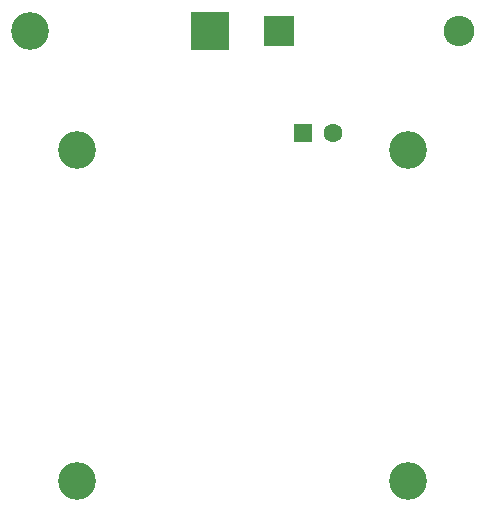
<source format=gbr>
%TF.GenerationSoftware,KiCad,Pcbnew,(6.0.1-0)*%
%TF.CreationDate,2022-01-18T10:49:35+01:00*%
%TF.ProjectId,pwm_driver,70776d5f-6472-4697-9665-722e6b696361,1*%
%TF.SameCoordinates,Original*%
%TF.FileFunction,Soldermask,Bot*%
%TF.FilePolarity,Negative*%
%FSLAX46Y46*%
G04 Gerber Fmt 4.6, Leading zero omitted, Abs format (unit mm)*
G04 Created by KiCad (PCBNEW (6.0.1-0)) date 2022-01-18 10:49:35*
%MOMM*%
%LPD*%
G01*
G04 APERTURE LIST*
%ADD10C,3.200000*%
%ADD11R,1.600000X1.600000*%
%ADD12C,1.600000*%
%ADD13R,2.600000X2.600000*%
%ADD14O,2.600000X2.600000*%
%ADD15R,3.200000X3.200000*%
%ADD16O,3.200000X3.200000*%
G04 APERTURE END LIST*
D10*
%TO.C,MK1*%
X87695000Y-96647000D03*
%TD*%
%TO.C,MK2*%
X115695000Y-96647000D03*
%TD*%
%TO.C,MK3*%
X87695000Y-124647000D03*
%TD*%
%TO.C,MK4*%
X115695000Y-124647000D03*
%TD*%
D11*
%TO.C,C4*%
X106886000Y-95174000D03*
D12*
X109386000Y-95174000D03*
%TD*%
D13*
%TO.C,D2*%
X104854000Y-86538000D03*
D14*
X120094000Y-86538000D03*
%TD*%
D15*
%TO.C,D1*%
X99012000Y-86538000D03*
D16*
X83772000Y-86538000D03*
%TD*%
M02*

</source>
